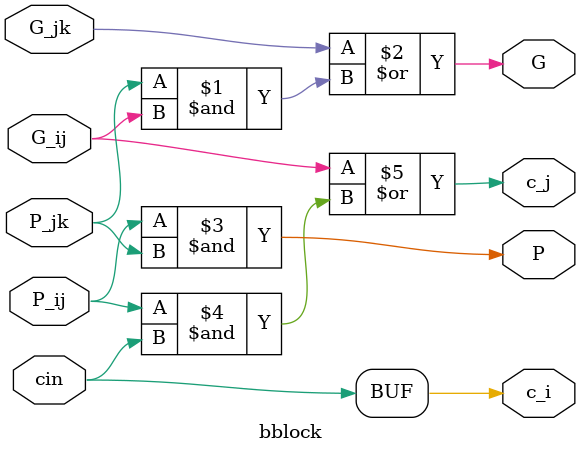
<source format=v>
`timescale 1ns / 1ps

module bblock(
    input P_ij, G_ij, P_jk, G_jk, cin,
    output P, G, c_i, c_j
    );
    
    assign G = G_jk | (P_jk & G_ij);
    assign P = P_ij & P_jk;
    assign c_j = G_ij | (P_ij & cin);
    assign c_i = cin;
    
endmodule

</source>
